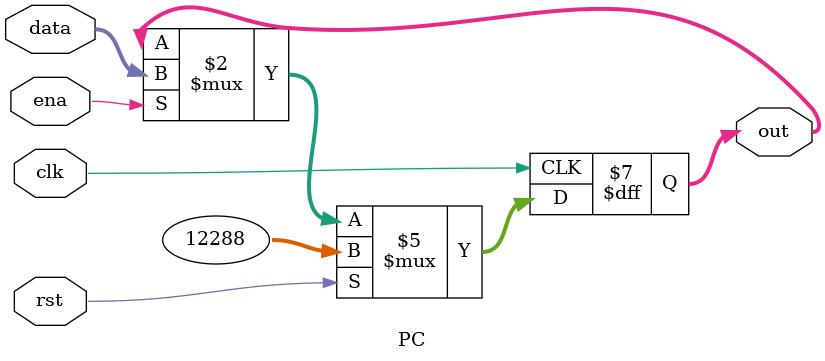
<source format=v>
module PC #(parameter WIDTH = 32)
   (input ena, clk, rst,                
   input [WIDTH-1:0] data,                
   output reg [WIDTH-1:0] out);

always @(posedge clk)     
   if(rst)         
		out <= 32'h0000_3000;      
	else if (ena)
		out <= data;

endmodule


</source>
